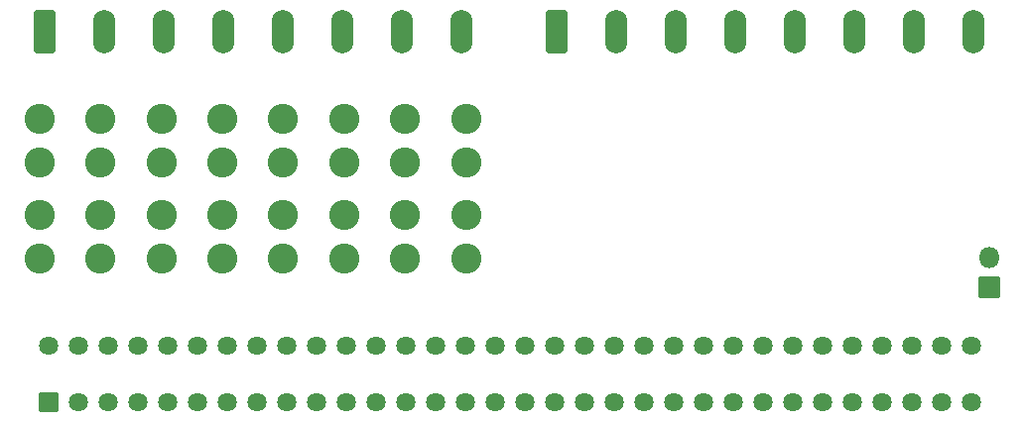
<source format=gbr>
G04 #@! TF.GenerationSoftware,KiCad,Pcbnew,(6.0.4)*
G04 #@! TF.CreationDate,2022-05-01T23:11:05-04:00*
G04 #@! TF.ProjectId,Power_Breakout,506f7765-725f-4427-9265-616b6f75742e,v1*
G04 #@! TF.SameCoordinates,Original*
G04 #@! TF.FileFunction,Soldermask,Bot*
G04 #@! TF.FilePolarity,Negative*
%FSLAX46Y46*%
G04 Gerber Fmt 4.6, Leading zero omitted, Abs format (unit mm)*
G04 Created by KiCad (PCBNEW (6.0.4)) date 2022-05-01 23:11:05*
%MOMM*%
%LPD*%
G01*
G04 APERTURE LIST*
G04 Aperture macros list*
%AMRoundRect*
0 Rectangle with rounded corners*
0 $1 Rounding radius*
0 $2 $3 $4 $5 $6 $7 $8 $9 X,Y pos of 4 corners*
0 Add a 4 corners polygon primitive as box body*
4,1,4,$2,$3,$4,$5,$6,$7,$8,$9,$2,$3,0*
0 Add four circle primitives for the rounded corners*
1,1,$1+$1,$2,$3*
1,1,$1+$1,$4,$5*
1,1,$1+$1,$6,$7*
1,1,$1+$1,$8,$9*
0 Add four rect primitives between the rounded corners*
20,1,$1+$1,$2,$3,$4,$5,0*
20,1,$1+$1,$4,$5,$6,$7,0*
20,1,$1+$1,$6,$7,$8,$9,0*
20,1,$1+$1,$8,$9,$2,$3,0*%
G04 Aperture macros list end*
%ADD10RoundRect,0.051000X-0.765000X-0.765000X0.765000X-0.765000X0.765000X0.765000X-0.765000X0.765000X0*%
%ADD11C,1.632000*%
%ADD12RoundRect,0.301000X-0.650000X-1.550000X0.650000X-1.550000X0.650000X1.550000X-0.650000X1.550000X0*%
%ADD13O,1.902000X3.702000*%
%ADD14C,2.577000*%
%ADD15RoundRect,0.051000X0.850000X0.850000X-0.850000X0.850000X-0.850000X-0.850000X0.850000X-0.850000X0*%
%ADD16O,1.802000X1.802000*%
G04 APERTURE END LIST*
D10*
X120396000Y-159671400D03*
D11*
X122936000Y-159671400D03*
X125476000Y-159671400D03*
X128016000Y-159671400D03*
X130556000Y-159671400D03*
X133096000Y-159671400D03*
X135636000Y-159671400D03*
X138176000Y-159671400D03*
X140716000Y-159671400D03*
X143256000Y-159671400D03*
X145796000Y-159671400D03*
X148336000Y-159671400D03*
X150876000Y-159671400D03*
X153416000Y-159671400D03*
X155956000Y-159671400D03*
X158496000Y-159671400D03*
X161036000Y-159671400D03*
X163576000Y-159671400D03*
X166116000Y-159671400D03*
X168656000Y-159671400D03*
X171196000Y-159671400D03*
X173736000Y-159671400D03*
X176276000Y-159671400D03*
X178816000Y-159671400D03*
X181356000Y-159671400D03*
X183896000Y-159671400D03*
X186436000Y-159671400D03*
X188976000Y-159671400D03*
X191516000Y-159671400D03*
X194056000Y-159671400D03*
X196596000Y-159671400D03*
X199136000Y-159671400D03*
X199136000Y-154831400D03*
X196596000Y-154831400D03*
X194056000Y-154831400D03*
X191516000Y-154831400D03*
X188976000Y-154831400D03*
X186436000Y-154831400D03*
X183896000Y-154831400D03*
X181356000Y-154831400D03*
X178816000Y-154831400D03*
X176276000Y-154831400D03*
X173736000Y-154831400D03*
X171196000Y-154831400D03*
X168656000Y-154831400D03*
X166116000Y-154831400D03*
X163576000Y-154831400D03*
X161036000Y-154831400D03*
X158496000Y-154831400D03*
X155956000Y-154831400D03*
X153416000Y-154831400D03*
X150876000Y-154831400D03*
X148336000Y-154831400D03*
X145796000Y-154831400D03*
X143256000Y-154831400D03*
X140716000Y-154831400D03*
X138176000Y-154831400D03*
X135636000Y-154831400D03*
X133096000Y-154831400D03*
X130556000Y-154831400D03*
X128016000Y-154831400D03*
X125476000Y-154831400D03*
X122936000Y-154831400D03*
X120396000Y-154831400D03*
D12*
X163687500Y-127950000D03*
D13*
X168767500Y-127950000D03*
X173847500Y-127950000D03*
X178927500Y-127950000D03*
X184007500Y-127950000D03*
X189087500Y-127950000D03*
X194167500Y-127950000D03*
X199247500Y-127950000D03*
D14*
X135200000Y-147350000D03*
X135200000Y-143650000D03*
X135200000Y-139150000D03*
X135200000Y-135450000D03*
X124800000Y-147350000D03*
X124800000Y-143650000D03*
X124800000Y-139150000D03*
X124800000Y-135450000D03*
X150800000Y-147366790D03*
X150800000Y-143666790D03*
X150800000Y-139166790D03*
X150800000Y-135466790D03*
D12*
X120000000Y-127950000D03*
D13*
X125080000Y-127950000D03*
X130160000Y-127950000D03*
X135240000Y-127950000D03*
X140320000Y-127950000D03*
X145400000Y-127950000D03*
X150480000Y-127950000D03*
X155560000Y-127950000D03*
D14*
X140400000Y-147366790D03*
X140400000Y-143666790D03*
X140400000Y-139166790D03*
X140400000Y-135466790D03*
X145600000Y-147366790D03*
X145600000Y-143666790D03*
X145600000Y-139166790D03*
X145600000Y-135466790D03*
X119600000Y-147350000D03*
X119600000Y-143650000D03*
X119600000Y-139150000D03*
X119600000Y-135450000D03*
X156000000Y-147366790D03*
X156000000Y-143666790D03*
X156000000Y-139166790D03*
X156000000Y-135466790D03*
D15*
X200650000Y-149875000D03*
D16*
X200650000Y-147335000D03*
D14*
X130000000Y-147350000D03*
X130000000Y-143650000D03*
X130000000Y-139150000D03*
X130000000Y-135450000D03*
M02*

</source>
